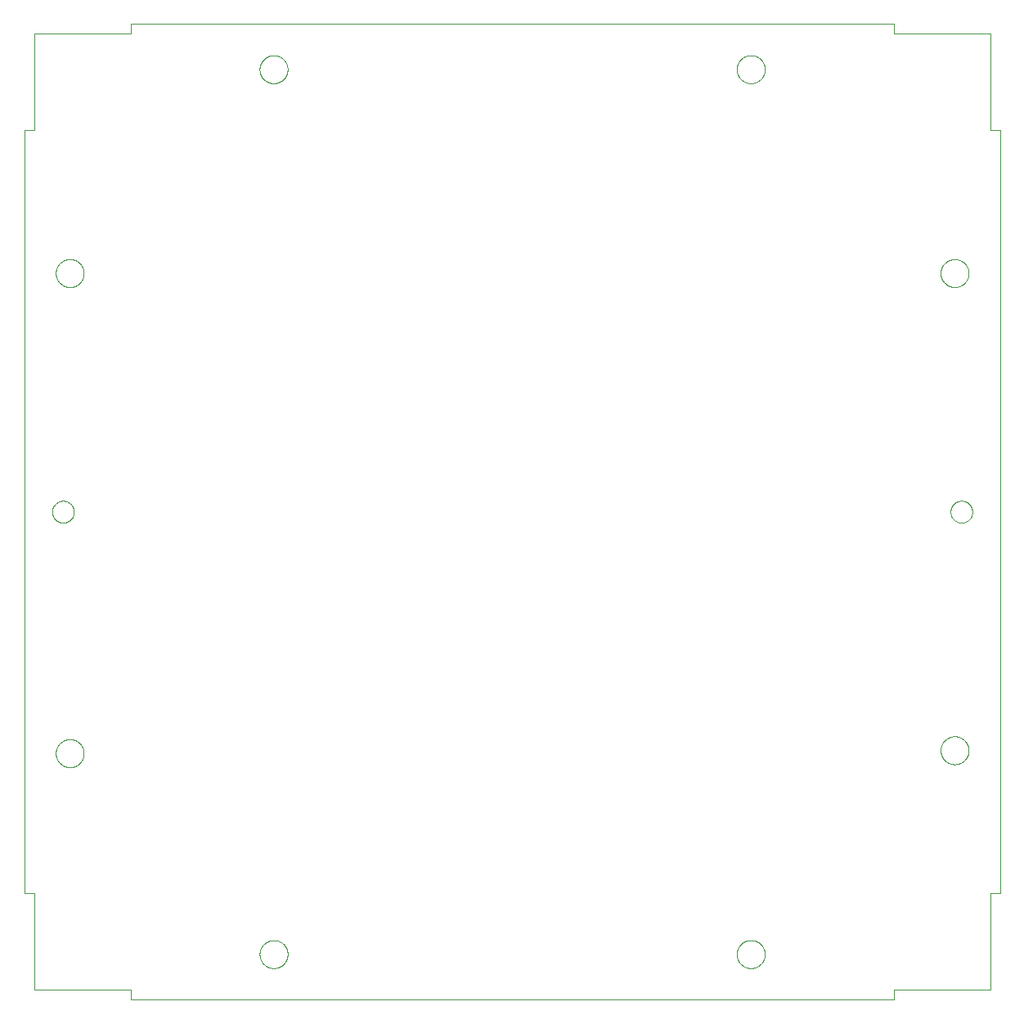
<source format=gbp>
G75*
%MOIN*%
%OFA0B0*%
%FSLAX25Y25*%
%IPPOS*%
%LPD*%
%AMOC8*
5,1,8,0,0,1.08239X$1,22.5*
%
%ADD10C,0.00000*%
D10*
X0021485Y0009674D02*
X0060855Y0009674D01*
X0060855Y0005737D01*
X0371879Y0005737D01*
X0371879Y0009674D01*
X0411249Y0009674D01*
X0411249Y0049044D01*
X0415186Y0049044D01*
X0415186Y0360068D01*
X0411249Y0360068D01*
X0411249Y0399438D01*
X0371879Y0399438D01*
X0371879Y0403375D01*
X0060855Y0403375D01*
X0060855Y0399438D01*
X0021485Y0399438D01*
X0021485Y0360068D01*
X0017548Y0360068D01*
X0017548Y0049044D01*
X0021485Y0049044D01*
X0021485Y0009674D01*
X0030343Y0106131D02*
X0030345Y0106282D01*
X0030351Y0106432D01*
X0030361Y0106583D01*
X0030375Y0106733D01*
X0030393Y0106882D01*
X0030414Y0107032D01*
X0030440Y0107180D01*
X0030470Y0107328D01*
X0030503Y0107475D01*
X0030541Y0107621D01*
X0030582Y0107766D01*
X0030627Y0107910D01*
X0030676Y0108052D01*
X0030729Y0108193D01*
X0030785Y0108333D01*
X0030845Y0108471D01*
X0030908Y0108608D01*
X0030976Y0108743D01*
X0031046Y0108876D01*
X0031120Y0109007D01*
X0031198Y0109136D01*
X0031279Y0109263D01*
X0031363Y0109388D01*
X0031451Y0109511D01*
X0031542Y0109631D01*
X0031636Y0109749D01*
X0031733Y0109864D01*
X0031833Y0109977D01*
X0031936Y0110087D01*
X0032042Y0110194D01*
X0032151Y0110299D01*
X0032262Y0110400D01*
X0032376Y0110499D01*
X0032492Y0110594D01*
X0032612Y0110687D01*
X0032733Y0110776D01*
X0032857Y0110862D01*
X0032983Y0110945D01*
X0033111Y0111024D01*
X0033241Y0111100D01*
X0033373Y0111173D01*
X0033507Y0111241D01*
X0033643Y0111307D01*
X0033781Y0111369D01*
X0033920Y0111427D01*
X0034060Y0111481D01*
X0034202Y0111532D01*
X0034345Y0111579D01*
X0034490Y0111622D01*
X0034635Y0111661D01*
X0034782Y0111697D01*
X0034929Y0111728D01*
X0035077Y0111756D01*
X0035226Y0111780D01*
X0035375Y0111800D01*
X0035525Y0111816D01*
X0035675Y0111828D01*
X0035826Y0111836D01*
X0035977Y0111840D01*
X0036127Y0111840D01*
X0036278Y0111836D01*
X0036429Y0111828D01*
X0036579Y0111816D01*
X0036729Y0111800D01*
X0036878Y0111780D01*
X0037027Y0111756D01*
X0037175Y0111728D01*
X0037322Y0111697D01*
X0037469Y0111661D01*
X0037614Y0111622D01*
X0037759Y0111579D01*
X0037902Y0111532D01*
X0038044Y0111481D01*
X0038184Y0111427D01*
X0038323Y0111369D01*
X0038461Y0111307D01*
X0038597Y0111241D01*
X0038731Y0111173D01*
X0038863Y0111100D01*
X0038993Y0111024D01*
X0039121Y0110945D01*
X0039247Y0110862D01*
X0039371Y0110776D01*
X0039492Y0110687D01*
X0039612Y0110594D01*
X0039728Y0110499D01*
X0039842Y0110400D01*
X0039953Y0110299D01*
X0040062Y0110194D01*
X0040168Y0110087D01*
X0040271Y0109977D01*
X0040371Y0109864D01*
X0040468Y0109749D01*
X0040562Y0109631D01*
X0040653Y0109511D01*
X0040741Y0109388D01*
X0040825Y0109263D01*
X0040906Y0109136D01*
X0040984Y0109007D01*
X0041058Y0108876D01*
X0041128Y0108743D01*
X0041196Y0108608D01*
X0041259Y0108471D01*
X0041319Y0108333D01*
X0041375Y0108193D01*
X0041428Y0108052D01*
X0041477Y0107910D01*
X0041522Y0107766D01*
X0041563Y0107621D01*
X0041601Y0107475D01*
X0041634Y0107328D01*
X0041664Y0107180D01*
X0041690Y0107032D01*
X0041711Y0106882D01*
X0041729Y0106733D01*
X0041743Y0106583D01*
X0041753Y0106432D01*
X0041759Y0106282D01*
X0041761Y0106131D01*
X0041759Y0105980D01*
X0041753Y0105830D01*
X0041743Y0105679D01*
X0041729Y0105529D01*
X0041711Y0105380D01*
X0041690Y0105230D01*
X0041664Y0105082D01*
X0041634Y0104934D01*
X0041601Y0104787D01*
X0041563Y0104641D01*
X0041522Y0104496D01*
X0041477Y0104352D01*
X0041428Y0104210D01*
X0041375Y0104069D01*
X0041319Y0103929D01*
X0041259Y0103791D01*
X0041196Y0103654D01*
X0041128Y0103519D01*
X0041058Y0103386D01*
X0040984Y0103255D01*
X0040906Y0103126D01*
X0040825Y0102999D01*
X0040741Y0102874D01*
X0040653Y0102751D01*
X0040562Y0102631D01*
X0040468Y0102513D01*
X0040371Y0102398D01*
X0040271Y0102285D01*
X0040168Y0102175D01*
X0040062Y0102068D01*
X0039953Y0101963D01*
X0039842Y0101862D01*
X0039728Y0101763D01*
X0039612Y0101668D01*
X0039492Y0101575D01*
X0039371Y0101486D01*
X0039247Y0101400D01*
X0039121Y0101317D01*
X0038993Y0101238D01*
X0038863Y0101162D01*
X0038731Y0101089D01*
X0038597Y0101021D01*
X0038461Y0100955D01*
X0038323Y0100893D01*
X0038184Y0100835D01*
X0038044Y0100781D01*
X0037902Y0100730D01*
X0037759Y0100683D01*
X0037614Y0100640D01*
X0037469Y0100601D01*
X0037322Y0100565D01*
X0037175Y0100534D01*
X0037027Y0100506D01*
X0036878Y0100482D01*
X0036729Y0100462D01*
X0036579Y0100446D01*
X0036429Y0100434D01*
X0036278Y0100426D01*
X0036127Y0100422D01*
X0035977Y0100422D01*
X0035826Y0100426D01*
X0035675Y0100434D01*
X0035525Y0100446D01*
X0035375Y0100462D01*
X0035226Y0100482D01*
X0035077Y0100506D01*
X0034929Y0100534D01*
X0034782Y0100565D01*
X0034635Y0100601D01*
X0034490Y0100640D01*
X0034345Y0100683D01*
X0034202Y0100730D01*
X0034060Y0100781D01*
X0033920Y0100835D01*
X0033781Y0100893D01*
X0033643Y0100955D01*
X0033507Y0101021D01*
X0033373Y0101089D01*
X0033241Y0101162D01*
X0033111Y0101238D01*
X0032983Y0101317D01*
X0032857Y0101400D01*
X0032733Y0101486D01*
X0032612Y0101575D01*
X0032492Y0101668D01*
X0032376Y0101763D01*
X0032262Y0101862D01*
X0032151Y0101963D01*
X0032042Y0102068D01*
X0031936Y0102175D01*
X0031833Y0102285D01*
X0031733Y0102398D01*
X0031636Y0102513D01*
X0031542Y0102631D01*
X0031451Y0102751D01*
X0031363Y0102874D01*
X0031279Y0102999D01*
X0031198Y0103126D01*
X0031120Y0103255D01*
X0031046Y0103386D01*
X0030976Y0103519D01*
X0030908Y0103654D01*
X0030845Y0103791D01*
X0030785Y0103929D01*
X0030729Y0104069D01*
X0030676Y0104210D01*
X0030627Y0104352D01*
X0030582Y0104496D01*
X0030541Y0104641D01*
X0030503Y0104787D01*
X0030470Y0104934D01*
X0030440Y0105082D01*
X0030414Y0105230D01*
X0030393Y0105380D01*
X0030375Y0105529D01*
X0030361Y0105679D01*
X0030351Y0105830D01*
X0030345Y0105980D01*
X0030343Y0106131D01*
X0113414Y0024241D02*
X0113416Y0024392D01*
X0113422Y0024542D01*
X0113432Y0024693D01*
X0113446Y0024843D01*
X0113464Y0024992D01*
X0113485Y0025142D01*
X0113511Y0025290D01*
X0113541Y0025438D01*
X0113574Y0025585D01*
X0113612Y0025731D01*
X0113653Y0025876D01*
X0113698Y0026020D01*
X0113747Y0026162D01*
X0113800Y0026303D01*
X0113856Y0026443D01*
X0113916Y0026581D01*
X0113979Y0026718D01*
X0114047Y0026853D01*
X0114117Y0026986D01*
X0114191Y0027117D01*
X0114269Y0027246D01*
X0114350Y0027373D01*
X0114434Y0027498D01*
X0114522Y0027621D01*
X0114613Y0027741D01*
X0114707Y0027859D01*
X0114804Y0027974D01*
X0114904Y0028087D01*
X0115007Y0028197D01*
X0115113Y0028304D01*
X0115222Y0028409D01*
X0115333Y0028510D01*
X0115447Y0028609D01*
X0115563Y0028704D01*
X0115683Y0028797D01*
X0115804Y0028886D01*
X0115928Y0028972D01*
X0116054Y0029055D01*
X0116182Y0029134D01*
X0116312Y0029210D01*
X0116444Y0029283D01*
X0116578Y0029351D01*
X0116714Y0029417D01*
X0116852Y0029479D01*
X0116991Y0029537D01*
X0117131Y0029591D01*
X0117273Y0029642D01*
X0117416Y0029689D01*
X0117561Y0029732D01*
X0117706Y0029771D01*
X0117853Y0029807D01*
X0118000Y0029838D01*
X0118148Y0029866D01*
X0118297Y0029890D01*
X0118446Y0029910D01*
X0118596Y0029926D01*
X0118746Y0029938D01*
X0118897Y0029946D01*
X0119048Y0029950D01*
X0119198Y0029950D01*
X0119349Y0029946D01*
X0119500Y0029938D01*
X0119650Y0029926D01*
X0119800Y0029910D01*
X0119949Y0029890D01*
X0120098Y0029866D01*
X0120246Y0029838D01*
X0120393Y0029807D01*
X0120540Y0029771D01*
X0120685Y0029732D01*
X0120830Y0029689D01*
X0120973Y0029642D01*
X0121115Y0029591D01*
X0121255Y0029537D01*
X0121394Y0029479D01*
X0121532Y0029417D01*
X0121668Y0029351D01*
X0121802Y0029283D01*
X0121934Y0029210D01*
X0122064Y0029134D01*
X0122192Y0029055D01*
X0122318Y0028972D01*
X0122442Y0028886D01*
X0122563Y0028797D01*
X0122683Y0028704D01*
X0122799Y0028609D01*
X0122913Y0028510D01*
X0123024Y0028409D01*
X0123133Y0028304D01*
X0123239Y0028197D01*
X0123342Y0028087D01*
X0123442Y0027974D01*
X0123539Y0027859D01*
X0123633Y0027741D01*
X0123724Y0027621D01*
X0123812Y0027498D01*
X0123896Y0027373D01*
X0123977Y0027246D01*
X0124055Y0027117D01*
X0124129Y0026986D01*
X0124199Y0026853D01*
X0124267Y0026718D01*
X0124330Y0026581D01*
X0124390Y0026443D01*
X0124446Y0026303D01*
X0124499Y0026162D01*
X0124548Y0026020D01*
X0124593Y0025876D01*
X0124634Y0025731D01*
X0124672Y0025585D01*
X0124705Y0025438D01*
X0124735Y0025290D01*
X0124761Y0025142D01*
X0124782Y0024992D01*
X0124800Y0024843D01*
X0124814Y0024693D01*
X0124824Y0024542D01*
X0124830Y0024392D01*
X0124832Y0024241D01*
X0124830Y0024090D01*
X0124824Y0023940D01*
X0124814Y0023789D01*
X0124800Y0023639D01*
X0124782Y0023490D01*
X0124761Y0023340D01*
X0124735Y0023192D01*
X0124705Y0023044D01*
X0124672Y0022897D01*
X0124634Y0022751D01*
X0124593Y0022606D01*
X0124548Y0022462D01*
X0124499Y0022320D01*
X0124446Y0022179D01*
X0124390Y0022039D01*
X0124330Y0021901D01*
X0124267Y0021764D01*
X0124199Y0021629D01*
X0124129Y0021496D01*
X0124055Y0021365D01*
X0123977Y0021236D01*
X0123896Y0021109D01*
X0123812Y0020984D01*
X0123724Y0020861D01*
X0123633Y0020741D01*
X0123539Y0020623D01*
X0123442Y0020508D01*
X0123342Y0020395D01*
X0123239Y0020285D01*
X0123133Y0020178D01*
X0123024Y0020073D01*
X0122913Y0019972D01*
X0122799Y0019873D01*
X0122683Y0019778D01*
X0122563Y0019685D01*
X0122442Y0019596D01*
X0122318Y0019510D01*
X0122192Y0019427D01*
X0122064Y0019348D01*
X0121934Y0019272D01*
X0121802Y0019199D01*
X0121668Y0019131D01*
X0121532Y0019065D01*
X0121394Y0019003D01*
X0121255Y0018945D01*
X0121115Y0018891D01*
X0120973Y0018840D01*
X0120830Y0018793D01*
X0120685Y0018750D01*
X0120540Y0018711D01*
X0120393Y0018675D01*
X0120246Y0018644D01*
X0120098Y0018616D01*
X0119949Y0018592D01*
X0119800Y0018572D01*
X0119650Y0018556D01*
X0119500Y0018544D01*
X0119349Y0018536D01*
X0119198Y0018532D01*
X0119048Y0018532D01*
X0118897Y0018536D01*
X0118746Y0018544D01*
X0118596Y0018556D01*
X0118446Y0018572D01*
X0118297Y0018592D01*
X0118148Y0018616D01*
X0118000Y0018644D01*
X0117853Y0018675D01*
X0117706Y0018711D01*
X0117561Y0018750D01*
X0117416Y0018793D01*
X0117273Y0018840D01*
X0117131Y0018891D01*
X0116991Y0018945D01*
X0116852Y0019003D01*
X0116714Y0019065D01*
X0116578Y0019131D01*
X0116444Y0019199D01*
X0116312Y0019272D01*
X0116182Y0019348D01*
X0116054Y0019427D01*
X0115928Y0019510D01*
X0115804Y0019596D01*
X0115683Y0019685D01*
X0115563Y0019778D01*
X0115447Y0019873D01*
X0115333Y0019972D01*
X0115222Y0020073D01*
X0115113Y0020178D01*
X0115007Y0020285D01*
X0114904Y0020395D01*
X0114804Y0020508D01*
X0114707Y0020623D01*
X0114613Y0020741D01*
X0114522Y0020861D01*
X0114434Y0020984D01*
X0114350Y0021109D01*
X0114269Y0021236D01*
X0114191Y0021365D01*
X0114117Y0021496D01*
X0114047Y0021629D01*
X0113979Y0021764D01*
X0113916Y0021901D01*
X0113856Y0022039D01*
X0113800Y0022179D01*
X0113747Y0022320D01*
X0113698Y0022462D01*
X0113653Y0022606D01*
X0113612Y0022751D01*
X0113574Y0022897D01*
X0113541Y0023044D01*
X0113511Y0023192D01*
X0113485Y0023340D01*
X0113464Y0023490D01*
X0113446Y0023639D01*
X0113432Y0023789D01*
X0113422Y0023940D01*
X0113416Y0024090D01*
X0113414Y0024241D01*
X0028847Y0204556D02*
X0028849Y0204689D01*
X0028855Y0204822D01*
X0028865Y0204955D01*
X0028879Y0205087D01*
X0028897Y0205219D01*
X0028918Y0205350D01*
X0028944Y0205481D01*
X0028974Y0205611D01*
X0029007Y0205740D01*
X0029045Y0205867D01*
X0029086Y0205994D01*
X0029131Y0206119D01*
X0029179Y0206243D01*
X0029232Y0206366D01*
X0029288Y0206486D01*
X0029347Y0206605D01*
X0029410Y0206723D01*
X0029477Y0206838D01*
X0029547Y0206951D01*
X0029620Y0207062D01*
X0029697Y0207171D01*
X0029777Y0207278D01*
X0029860Y0207382D01*
X0029946Y0207483D01*
X0030035Y0207582D01*
X0030127Y0207678D01*
X0030221Y0207772D01*
X0030319Y0207862D01*
X0030419Y0207950D01*
X0030522Y0208034D01*
X0030627Y0208116D01*
X0030735Y0208194D01*
X0030845Y0208269D01*
X0030957Y0208341D01*
X0031072Y0208409D01*
X0031188Y0208474D01*
X0031306Y0208535D01*
X0031426Y0208593D01*
X0031547Y0208647D01*
X0031671Y0208697D01*
X0031795Y0208744D01*
X0031921Y0208787D01*
X0032048Y0208826D01*
X0032177Y0208862D01*
X0032306Y0208893D01*
X0032436Y0208921D01*
X0032567Y0208945D01*
X0032699Y0208965D01*
X0032831Y0208981D01*
X0032964Y0208993D01*
X0033096Y0209001D01*
X0033229Y0209005D01*
X0033363Y0209005D01*
X0033496Y0209001D01*
X0033628Y0208993D01*
X0033761Y0208981D01*
X0033893Y0208965D01*
X0034025Y0208945D01*
X0034156Y0208921D01*
X0034286Y0208893D01*
X0034415Y0208862D01*
X0034544Y0208826D01*
X0034671Y0208787D01*
X0034797Y0208744D01*
X0034921Y0208697D01*
X0035045Y0208647D01*
X0035166Y0208593D01*
X0035286Y0208535D01*
X0035404Y0208474D01*
X0035521Y0208409D01*
X0035635Y0208341D01*
X0035747Y0208269D01*
X0035857Y0208194D01*
X0035965Y0208116D01*
X0036070Y0208034D01*
X0036173Y0207950D01*
X0036273Y0207862D01*
X0036371Y0207772D01*
X0036465Y0207678D01*
X0036557Y0207582D01*
X0036646Y0207483D01*
X0036732Y0207382D01*
X0036815Y0207278D01*
X0036895Y0207171D01*
X0036972Y0207062D01*
X0037045Y0206951D01*
X0037115Y0206838D01*
X0037182Y0206723D01*
X0037245Y0206605D01*
X0037304Y0206486D01*
X0037360Y0206366D01*
X0037413Y0206243D01*
X0037461Y0206119D01*
X0037506Y0205994D01*
X0037547Y0205867D01*
X0037585Y0205740D01*
X0037618Y0205611D01*
X0037648Y0205481D01*
X0037674Y0205350D01*
X0037695Y0205219D01*
X0037713Y0205087D01*
X0037727Y0204955D01*
X0037737Y0204822D01*
X0037743Y0204689D01*
X0037745Y0204556D01*
X0037743Y0204423D01*
X0037737Y0204290D01*
X0037727Y0204157D01*
X0037713Y0204025D01*
X0037695Y0203893D01*
X0037674Y0203762D01*
X0037648Y0203631D01*
X0037618Y0203501D01*
X0037585Y0203372D01*
X0037547Y0203245D01*
X0037506Y0203118D01*
X0037461Y0202993D01*
X0037413Y0202869D01*
X0037360Y0202746D01*
X0037304Y0202626D01*
X0037245Y0202507D01*
X0037182Y0202389D01*
X0037115Y0202274D01*
X0037045Y0202161D01*
X0036972Y0202050D01*
X0036895Y0201941D01*
X0036815Y0201834D01*
X0036732Y0201730D01*
X0036646Y0201629D01*
X0036557Y0201530D01*
X0036465Y0201434D01*
X0036371Y0201340D01*
X0036273Y0201250D01*
X0036173Y0201162D01*
X0036070Y0201078D01*
X0035965Y0200996D01*
X0035857Y0200918D01*
X0035747Y0200843D01*
X0035635Y0200771D01*
X0035520Y0200703D01*
X0035404Y0200638D01*
X0035286Y0200577D01*
X0035166Y0200519D01*
X0035045Y0200465D01*
X0034921Y0200415D01*
X0034797Y0200368D01*
X0034671Y0200325D01*
X0034544Y0200286D01*
X0034415Y0200250D01*
X0034286Y0200219D01*
X0034156Y0200191D01*
X0034025Y0200167D01*
X0033893Y0200147D01*
X0033761Y0200131D01*
X0033628Y0200119D01*
X0033496Y0200111D01*
X0033363Y0200107D01*
X0033229Y0200107D01*
X0033096Y0200111D01*
X0032964Y0200119D01*
X0032831Y0200131D01*
X0032699Y0200147D01*
X0032567Y0200167D01*
X0032436Y0200191D01*
X0032306Y0200219D01*
X0032177Y0200250D01*
X0032048Y0200286D01*
X0031921Y0200325D01*
X0031795Y0200368D01*
X0031671Y0200415D01*
X0031547Y0200465D01*
X0031426Y0200519D01*
X0031306Y0200577D01*
X0031188Y0200638D01*
X0031071Y0200703D01*
X0030957Y0200771D01*
X0030845Y0200843D01*
X0030735Y0200918D01*
X0030627Y0200996D01*
X0030522Y0201078D01*
X0030419Y0201162D01*
X0030319Y0201250D01*
X0030221Y0201340D01*
X0030127Y0201434D01*
X0030035Y0201530D01*
X0029946Y0201629D01*
X0029860Y0201730D01*
X0029777Y0201834D01*
X0029697Y0201941D01*
X0029620Y0202050D01*
X0029547Y0202161D01*
X0029477Y0202274D01*
X0029410Y0202389D01*
X0029347Y0202507D01*
X0029288Y0202626D01*
X0029232Y0202746D01*
X0029179Y0202869D01*
X0029131Y0202993D01*
X0029086Y0203118D01*
X0029045Y0203245D01*
X0029007Y0203372D01*
X0028974Y0203501D01*
X0028944Y0203631D01*
X0028918Y0203762D01*
X0028897Y0203893D01*
X0028879Y0204025D01*
X0028865Y0204157D01*
X0028855Y0204290D01*
X0028849Y0204423D01*
X0028847Y0204556D01*
X0030343Y0301800D02*
X0030345Y0301951D01*
X0030351Y0302101D01*
X0030361Y0302252D01*
X0030375Y0302402D01*
X0030393Y0302551D01*
X0030414Y0302701D01*
X0030440Y0302849D01*
X0030470Y0302997D01*
X0030503Y0303144D01*
X0030541Y0303290D01*
X0030582Y0303435D01*
X0030627Y0303579D01*
X0030676Y0303721D01*
X0030729Y0303862D01*
X0030785Y0304002D01*
X0030845Y0304140D01*
X0030908Y0304277D01*
X0030976Y0304412D01*
X0031046Y0304545D01*
X0031120Y0304676D01*
X0031198Y0304805D01*
X0031279Y0304932D01*
X0031363Y0305057D01*
X0031451Y0305180D01*
X0031542Y0305300D01*
X0031636Y0305418D01*
X0031733Y0305533D01*
X0031833Y0305646D01*
X0031936Y0305756D01*
X0032042Y0305863D01*
X0032151Y0305968D01*
X0032262Y0306069D01*
X0032376Y0306168D01*
X0032492Y0306263D01*
X0032612Y0306356D01*
X0032733Y0306445D01*
X0032857Y0306531D01*
X0032983Y0306614D01*
X0033111Y0306693D01*
X0033241Y0306769D01*
X0033373Y0306842D01*
X0033507Y0306910D01*
X0033643Y0306976D01*
X0033781Y0307038D01*
X0033920Y0307096D01*
X0034060Y0307150D01*
X0034202Y0307201D01*
X0034345Y0307248D01*
X0034490Y0307291D01*
X0034635Y0307330D01*
X0034782Y0307366D01*
X0034929Y0307397D01*
X0035077Y0307425D01*
X0035226Y0307449D01*
X0035375Y0307469D01*
X0035525Y0307485D01*
X0035675Y0307497D01*
X0035826Y0307505D01*
X0035977Y0307509D01*
X0036127Y0307509D01*
X0036278Y0307505D01*
X0036429Y0307497D01*
X0036579Y0307485D01*
X0036729Y0307469D01*
X0036878Y0307449D01*
X0037027Y0307425D01*
X0037175Y0307397D01*
X0037322Y0307366D01*
X0037469Y0307330D01*
X0037614Y0307291D01*
X0037759Y0307248D01*
X0037902Y0307201D01*
X0038044Y0307150D01*
X0038184Y0307096D01*
X0038323Y0307038D01*
X0038461Y0306976D01*
X0038597Y0306910D01*
X0038731Y0306842D01*
X0038863Y0306769D01*
X0038993Y0306693D01*
X0039121Y0306614D01*
X0039247Y0306531D01*
X0039371Y0306445D01*
X0039492Y0306356D01*
X0039612Y0306263D01*
X0039728Y0306168D01*
X0039842Y0306069D01*
X0039953Y0305968D01*
X0040062Y0305863D01*
X0040168Y0305756D01*
X0040271Y0305646D01*
X0040371Y0305533D01*
X0040468Y0305418D01*
X0040562Y0305300D01*
X0040653Y0305180D01*
X0040741Y0305057D01*
X0040825Y0304932D01*
X0040906Y0304805D01*
X0040984Y0304676D01*
X0041058Y0304545D01*
X0041128Y0304412D01*
X0041196Y0304277D01*
X0041259Y0304140D01*
X0041319Y0304002D01*
X0041375Y0303862D01*
X0041428Y0303721D01*
X0041477Y0303579D01*
X0041522Y0303435D01*
X0041563Y0303290D01*
X0041601Y0303144D01*
X0041634Y0302997D01*
X0041664Y0302849D01*
X0041690Y0302701D01*
X0041711Y0302551D01*
X0041729Y0302402D01*
X0041743Y0302252D01*
X0041753Y0302101D01*
X0041759Y0301951D01*
X0041761Y0301800D01*
X0041759Y0301649D01*
X0041753Y0301499D01*
X0041743Y0301348D01*
X0041729Y0301198D01*
X0041711Y0301049D01*
X0041690Y0300899D01*
X0041664Y0300751D01*
X0041634Y0300603D01*
X0041601Y0300456D01*
X0041563Y0300310D01*
X0041522Y0300165D01*
X0041477Y0300021D01*
X0041428Y0299879D01*
X0041375Y0299738D01*
X0041319Y0299598D01*
X0041259Y0299460D01*
X0041196Y0299323D01*
X0041128Y0299188D01*
X0041058Y0299055D01*
X0040984Y0298924D01*
X0040906Y0298795D01*
X0040825Y0298668D01*
X0040741Y0298543D01*
X0040653Y0298420D01*
X0040562Y0298300D01*
X0040468Y0298182D01*
X0040371Y0298067D01*
X0040271Y0297954D01*
X0040168Y0297844D01*
X0040062Y0297737D01*
X0039953Y0297632D01*
X0039842Y0297531D01*
X0039728Y0297432D01*
X0039612Y0297337D01*
X0039492Y0297244D01*
X0039371Y0297155D01*
X0039247Y0297069D01*
X0039121Y0296986D01*
X0038993Y0296907D01*
X0038863Y0296831D01*
X0038731Y0296758D01*
X0038597Y0296690D01*
X0038461Y0296624D01*
X0038323Y0296562D01*
X0038184Y0296504D01*
X0038044Y0296450D01*
X0037902Y0296399D01*
X0037759Y0296352D01*
X0037614Y0296309D01*
X0037469Y0296270D01*
X0037322Y0296234D01*
X0037175Y0296203D01*
X0037027Y0296175D01*
X0036878Y0296151D01*
X0036729Y0296131D01*
X0036579Y0296115D01*
X0036429Y0296103D01*
X0036278Y0296095D01*
X0036127Y0296091D01*
X0035977Y0296091D01*
X0035826Y0296095D01*
X0035675Y0296103D01*
X0035525Y0296115D01*
X0035375Y0296131D01*
X0035226Y0296151D01*
X0035077Y0296175D01*
X0034929Y0296203D01*
X0034782Y0296234D01*
X0034635Y0296270D01*
X0034490Y0296309D01*
X0034345Y0296352D01*
X0034202Y0296399D01*
X0034060Y0296450D01*
X0033920Y0296504D01*
X0033781Y0296562D01*
X0033643Y0296624D01*
X0033507Y0296690D01*
X0033373Y0296758D01*
X0033241Y0296831D01*
X0033111Y0296907D01*
X0032983Y0296986D01*
X0032857Y0297069D01*
X0032733Y0297155D01*
X0032612Y0297244D01*
X0032492Y0297337D01*
X0032376Y0297432D01*
X0032262Y0297531D01*
X0032151Y0297632D01*
X0032042Y0297737D01*
X0031936Y0297844D01*
X0031833Y0297954D01*
X0031733Y0298067D01*
X0031636Y0298182D01*
X0031542Y0298300D01*
X0031451Y0298420D01*
X0031363Y0298543D01*
X0031279Y0298668D01*
X0031198Y0298795D01*
X0031120Y0298924D01*
X0031046Y0299055D01*
X0030976Y0299188D01*
X0030908Y0299323D01*
X0030845Y0299460D01*
X0030785Y0299598D01*
X0030729Y0299738D01*
X0030676Y0299879D01*
X0030627Y0300021D01*
X0030582Y0300165D01*
X0030541Y0300310D01*
X0030503Y0300456D01*
X0030470Y0300603D01*
X0030440Y0300751D01*
X0030414Y0300899D01*
X0030393Y0301049D01*
X0030375Y0301198D01*
X0030361Y0301348D01*
X0030351Y0301499D01*
X0030345Y0301649D01*
X0030343Y0301800D01*
X0113414Y0384871D02*
X0113416Y0385022D01*
X0113422Y0385172D01*
X0113432Y0385323D01*
X0113446Y0385473D01*
X0113464Y0385622D01*
X0113485Y0385772D01*
X0113511Y0385920D01*
X0113541Y0386068D01*
X0113574Y0386215D01*
X0113612Y0386361D01*
X0113653Y0386506D01*
X0113698Y0386650D01*
X0113747Y0386792D01*
X0113800Y0386933D01*
X0113856Y0387073D01*
X0113916Y0387211D01*
X0113979Y0387348D01*
X0114047Y0387483D01*
X0114117Y0387616D01*
X0114191Y0387747D01*
X0114269Y0387876D01*
X0114350Y0388003D01*
X0114434Y0388128D01*
X0114522Y0388251D01*
X0114613Y0388371D01*
X0114707Y0388489D01*
X0114804Y0388604D01*
X0114904Y0388717D01*
X0115007Y0388827D01*
X0115113Y0388934D01*
X0115222Y0389039D01*
X0115333Y0389140D01*
X0115447Y0389239D01*
X0115563Y0389334D01*
X0115683Y0389427D01*
X0115804Y0389516D01*
X0115928Y0389602D01*
X0116054Y0389685D01*
X0116182Y0389764D01*
X0116312Y0389840D01*
X0116444Y0389913D01*
X0116578Y0389981D01*
X0116714Y0390047D01*
X0116852Y0390109D01*
X0116991Y0390167D01*
X0117131Y0390221D01*
X0117273Y0390272D01*
X0117416Y0390319D01*
X0117561Y0390362D01*
X0117706Y0390401D01*
X0117853Y0390437D01*
X0118000Y0390468D01*
X0118148Y0390496D01*
X0118297Y0390520D01*
X0118446Y0390540D01*
X0118596Y0390556D01*
X0118746Y0390568D01*
X0118897Y0390576D01*
X0119048Y0390580D01*
X0119198Y0390580D01*
X0119349Y0390576D01*
X0119500Y0390568D01*
X0119650Y0390556D01*
X0119800Y0390540D01*
X0119949Y0390520D01*
X0120098Y0390496D01*
X0120246Y0390468D01*
X0120393Y0390437D01*
X0120540Y0390401D01*
X0120685Y0390362D01*
X0120830Y0390319D01*
X0120973Y0390272D01*
X0121115Y0390221D01*
X0121255Y0390167D01*
X0121394Y0390109D01*
X0121532Y0390047D01*
X0121668Y0389981D01*
X0121802Y0389913D01*
X0121934Y0389840D01*
X0122064Y0389764D01*
X0122192Y0389685D01*
X0122318Y0389602D01*
X0122442Y0389516D01*
X0122563Y0389427D01*
X0122683Y0389334D01*
X0122799Y0389239D01*
X0122913Y0389140D01*
X0123024Y0389039D01*
X0123133Y0388934D01*
X0123239Y0388827D01*
X0123342Y0388717D01*
X0123442Y0388604D01*
X0123539Y0388489D01*
X0123633Y0388371D01*
X0123724Y0388251D01*
X0123812Y0388128D01*
X0123896Y0388003D01*
X0123977Y0387876D01*
X0124055Y0387747D01*
X0124129Y0387616D01*
X0124199Y0387483D01*
X0124267Y0387348D01*
X0124330Y0387211D01*
X0124390Y0387073D01*
X0124446Y0386933D01*
X0124499Y0386792D01*
X0124548Y0386650D01*
X0124593Y0386506D01*
X0124634Y0386361D01*
X0124672Y0386215D01*
X0124705Y0386068D01*
X0124735Y0385920D01*
X0124761Y0385772D01*
X0124782Y0385622D01*
X0124800Y0385473D01*
X0124814Y0385323D01*
X0124824Y0385172D01*
X0124830Y0385022D01*
X0124832Y0384871D01*
X0124830Y0384720D01*
X0124824Y0384570D01*
X0124814Y0384419D01*
X0124800Y0384269D01*
X0124782Y0384120D01*
X0124761Y0383970D01*
X0124735Y0383822D01*
X0124705Y0383674D01*
X0124672Y0383527D01*
X0124634Y0383381D01*
X0124593Y0383236D01*
X0124548Y0383092D01*
X0124499Y0382950D01*
X0124446Y0382809D01*
X0124390Y0382669D01*
X0124330Y0382531D01*
X0124267Y0382394D01*
X0124199Y0382259D01*
X0124129Y0382126D01*
X0124055Y0381995D01*
X0123977Y0381866D01*
X0123896Y0381739D01*
X0123812Y0381614D01*
X0123724Y0381491D01*
X0123633Y0381371D01*
X0123539Y0381253D01*
X0123442Y0381138D01*
X0123342Y0381025D01*
X0123239Y0380915D01*
X0123133Y0380808D01*
X0123024Y0380703D01*
X0122913Y0380602D01*
X0122799Y0380503D01*
X0122683Y0380408D01*
X0122563Y0380315D01*
X0122442Y0380226D01*
X0122318Y0380140D01*
X0122192Y0380057D01*
X0122064Y0379978D01*
X0121934Y0379902D01*
X0121802Y0379829D01*
X0121668Y0379761D01*
X0121532Y0379695D01*
X0121394Y0379633D01*
X0121255Y0379575D01*
X0121115Y0379521D01*
X0120973Y0379470D01*
X0120830Y0379423D01*
X0120685Y0379380D01*
X0120540Y0379341D01*
X0120393Y0379305D01*
X0120246Y0379274D01*
X0120098Y0379246D01*
X0119949Y0379222D01*
X0119800Y0379202D01*
X0119650Y0379186D01*
X0119500Y0379174D01*
X0119349Y0379166D01*
X0119198Y0379162D01*
X0119048Y0379162D01*
X0118897Y0379166D01*
X0118746Y0379174D01*
X0118596Y0379186D01*
X0118446Y0379202D01*
X0118297Y0379222D01*
X0118148Y0379246D01*
X0118000Y0379274D01*
X0117853Y0379305D01*
X0117706Y0379341D01*
X0117561Y0379380D01*
X0117416Y0379423D01*
X0117273Y0379470D01*
X0117131Y0379521D01*
X0116991Y0379575D01*
X0116852Y0379633D01*
X0116714Y0379695D01*
X0116578Y0379761D01*
X0116444Y0379829D01*
X0116312Y0379902D01*
X0116182Y0379978D01*
X0116054Y0380057D01*
X0115928Y0380140D01*
X0115804Y0380226D01*
X0115683Y0380315D01*
X0115563Y0380408D01*
X0115447Y0380503D01*
X0115333Y0380602D01*
X0115222Y0380703D01*
X0115113Y0380808D01*
X0115007Y0380915D01*
X0114904Y0381025D01*
X0114804Y0381138D01*
X0114707Y0381253D01*
X0114613Y0381371D01*
X0114522Y0381491D01*
X0114434Y0381614D01*
X0114350Y0381739D01*
X0114269Y0381866D01*
X0114191Y0381995D01*
X0114117Y0382126D01*
X0114047Y0382259D01*
X0113979Y0382394D01*
X0113916Y0382531D01*
X0113856Y0382669D01*
X0113800Y0382809D01*
X0113747Y0382950D01*
X0113698Y0383092D01*
X0113653Y0383236D01*
X0113612Y0383381D01*
X0113574Y0383527D01*
X0113541Y0383674D01*
X0113511Y0383822D01*
X0113485Y0383970D01*
X0113464Y0384120D01*
X0113446Y0384269D01*
X0113432Y0384419D01*
X0113422Y0384570D01*
X0113416Y0384720D01*
X0113414Y0384871D01*
X0307902Y0384871D02*
X0307904Y0385022D01*
X0307910Y0385172D01*
X0307920Y0385323D01*
X0307934Y0385473D01*
X0307952Y0385622D01*
X0307973Y0385772D01*
X0307999Y0385920D01*
X0308029Y0386068D01*
X0308062Y0386215D01*
X0308100Y0386361D01*
X0308141Y0386506D01*
X0308186Y0386650D01*
X0308235Y0386792D01*
X0308288Y0386933D01*
X0308344Y0387073D01*
X0308404Y0387211D01*
X0308467Y0387348D01*
X0308535Y0387483D01*
X0308605Y0387616D01*
X0308679Y0387747D01*
X0308757Y0387876D01*
X0308838Y0388003D01*
X0308922Y0388128D01*
X0309010Y0388251D01*
X0309101Y0388371D01*
X0309195Y0388489D01*
X0309292Y0388604D01*
X0309392Y0388717D01*
X0309495Y0388827D01*
X0309601Y0388934D01*
X0309710Y0389039D01*
X0309821Y0389140D01*
X0309935Y0389239D01*
X0310051Y0389334D01*
X0310171Y0389427D01*
X0310292Y0389516D01*
X0310416Y0389602D01*
X0310542Y0389685D01*
X0310670Y0389764D01*
X0310800Y0389840D01*
X0310932Y0389913D01*
X0311066Y0389981D01*
X0311202Y0390047D01*
X0311340Y0390109D01*
X0311479Y0390167D01*
X0311619Y0390221D01*
X0311761Y0390272D01*
X0311904Y0390319D01*
X0312049Y0390362D01*
X0312194Y0390401D01*
X0312341Y0390437D01*
X0312488Y0390468D01*
X0312636Y0390496D01*
X0312785Y0390520D01*
X0312934Y0390540D01*
X0313084Y0390556D01*
X0313234Y0390568D01*
X0313385Y0390576D01*
X0313536Y0390580D01*
X0313686Y0390580D01*
X0313837Y0390576D01*
X0313988Y0390568D01*
X0314138Y0390556D01*
X0314288Y0390540D01*
X0314437Y0390520D01*
X0314586Y0390496D01*
X0314734Y0390468D01*
X0314881Y0390437D01*
X0315028Y0390401D01*
X0315173Y0390362D01*
X0315318Y0390319D01*
X0315461Y0390272D01*
X0315603Y0390221D01*
X0315743Y0390167D01*
X0315882Y0390109D01*
X0316020Y0390047D01*
X0316156Y0389981D01*
X0316290Y0389913D01*
X0316422Y0389840D01*
X0316552Y0389764D01*
X0316680Y0389685D01*
X0316806Y0389602D01*
X0316930Y0389516D01*
X0317051Y0389427D01*
X0317171Y0389334D01*
X0317287Y0389239D01*
X0317401Y0389140D01*
X0317512Y0389039D01*
X0317621Y0388934D01*
X0317727Y0388827D01*
X0317830Y0388717D01*
X0317930Y0388604D01*
X0318027Y0388489D01*
X0318121Y0388371D01*
X0318212Y0388251D01*
X0318300Y0388128D01*
X0318384Y0388003D01*
X0318465Y0387876D01*
X0318543Y0387747D01*
X0318617Y0387616D01*
X0318687Y0387483D01*
X0318755Y0387348D01*
X0318818Y0387211D01*
X0318878Y0387073D01*
X0318934Y0386933D01*
X0318987Y0386792D01*
X0319036Y0386650D01*
X0319081Y0386506D01*
X0319122Y0386361D01*
X0319160Y0386215D01*
X0319193Y0386068D01*
X0319223Y0385920D01*
X0319249Y0385772D01*
X0319270Y0385622D01*
X0319288Y0385473D01*
X0319302Y0385323D01*
X0319312Y0385172D01*
X0319318Y0385022D01*
X0319320Y0384871D01*
X0319318Y0384720D01*
X0319312Y0384570D01*
X0319302Y0384419D01*
X0319288Y0384269D01*
X0319270Y0384120D01*
X0319249Y0383970D01*
X0319223Y0383822D01*
X0319193Y0383674D01*
X0319160Y0383527D01*
X0319122Y0383381D01*
X0319081Y0383236D01*
X0319036Y0383092D01*
X0318987Y0382950D01*
X0318934Y0382809D01*
X0318878Y0382669D01*
X0318818Y0382531D01*
X0318755Y0382394D01*
X0318687Y0382259D01*
X0318617Y0382126D01*
X0318543Y0381995D01*
X0318465Y0381866D01*
X0318384Y0381739D01*
X0318300Y0381614D01*
X0318212Y0381491D01*
X0318121Y0381371D01*
X0318027Y0381253D01*
X0317930Y0381138D01*
X0317830Y0381025D01*
X0317727Y0380915D01*
X0317621Y0380808D01*
X0317512Y0380703D01*
X0317401Y0380602D01*
X0317287Y0380503D01*
X0317171Y0380408D01*
X0317051Y0380315D01*
X0316930Y0380226D01*
X0316806Y0380140D01*
X0316680Y0380057D01*
X0316552Y0379978D01*
X0316422Y0379902D01*
X0316290Y0379829D01*
X0316156Y0379761D01*
X0316020Y0379695D01*
X0315882Y0379633D01*
X0315743Y0379575D01*
X0315603Y0379521D01*
X0315461Y0379470D01*
X0315318Y0379423D01*
X0315173Y0379380D01*
X0315028Y0379341D01*
X0314881Y0379305D01*
X0314734Y0379274D01*
X0314586Y0379246D01*
X0314437Y0379222D01*
X0314288Y0379202D01*
X0314138Y0379186D01*
X0313988Y0379174D01*
X0313837Y0379166D01*
X0313686Y0379162D01*
X0313536Y0379162D01*
X0313385Y0379166D01*
X0313234Y0379174D01*
X0313084Y0379186D01*
X0312934Y0379202D01*
X0312785Y0379222D01*
X0312636Y0379246D01*
X0312488Y0379274D01*
X0312341Y0379305D01*
X0312194Y0379341D01*
X0312049Y0379380D01*
X0311904Y0379423D01*
X0311761Y0379470D01*
X0311619Y0379521D01*
X0311479Y0379575D01*
X0311340Y0379633D01*
X0311202Y0379695D01*
X0311066Y0379761D01*
X0310932Y0379829D01*
X0310800Y0379902D01*
X0310670Y0379978D01*
X0310542Y0380057D01*
X0310416Y0380140D01*
X0310292Y0380226D01*
X0310171Y0380315D01*
X0310051Y0380408D01*
X0309935Y0380503D01*
X0309821Y0380602D01*
X0309710Y0380703D01*
X0309601Y0380808D01*
X0309495Y0380915D01*
X0309392Y0381025D01*
X0309292Y0381138D01*
X0309195Y0381253D01*
X0309101Y0381371D01*
X0309010Y0381491D01*
X0308922Y0381614D01*
X0308838Y0381739D01*
X0308757Y0381866D01*
X0308679Y0381995D01*
X0308605Y0382126D01*
X0308535Y0382259D01*
X0308467Y0382394D01*
X0308404Y0382531D01*
X0308344Y0382669D01*
X0308288Y0382809D01*
X0308235Y0382950D01*
X0308186Y0383092D01*
X0308141Y0383236D01*
X0308100Y0383381D01*
X0308062Y0383527D01*
X0308029Y0383674D01*
X0307999Y0383822D01*
X0307973Y0383970D01*
X0307952Y0384120D01*
X0307934Y0384269D01*
X0307920Y0384419D01*
X0307910Y0384570D01*
X0307904Y0384720D01*
X0307902Y0384871D01*
X0390973Y0301800D02*
X0390975Y0301951D01*
X0390981Y0302101D01*
X0390991Y0302252D01*
X0391005Y0302402D01*
X0391023Y0302551D01*
X0391044Y0302701D01*
X0391070Y0302849D01*
X0391100Y0302997D01*
X0391133Y0303144D01*
X0391171Y0303290D01*
X0391212Y0303435D01*
X0391257Y0303579D01*
X0391306Y0303721D01*
X0391359Y0303862D01*
X0391415Y0304002D01*
X0391475Y0304140D01*
X0391538Y0304277D01*
X0391606Y0304412D01*
X0391676Y0304545D01*
X0391750Y0304676D01*
X0391828Y0304805D01*
X0391909Y0304932D01*
X0391993Y0305057D01*
X0392081Y0305180D01*
X0392172Y0305300D01*
X0392266Y0305418D01*
X0392363Y0305533D01*
X0392463Y0305646D01*
X0392566Y0305756D01*
X0392672Y0305863D01*
X0392781Y0305968D01*
X0392892Y0306069D01*
X0393006Y0306168D01*
X0393122Y0306263D01*
X0393242Y0306356D01*
X0393363Y0306445D01*
X0393487Y0306531D01*
X0393613Y0306614D01*
X0393741Y0306693D01*
X0393871Y0306769D01*
X0394003Y0306842D01*
X0394137Y0306910D01*
X0394273Y0306976D01*
X0394411Y0307038D01*
X0394550Y0307096D01*
X0394690Y0307150D01*
X0394832Y0307201D01*
X0394975Y0307248D01*
X0395120Y0307291D01*
X0395265Y0307330D01*
X0395412Y0307366D01*
X0395559Y0307397D01*
X0395707Y0307425D01*
X0395856Y0307449D01*
X0396005Y0307469D01*
X0396155Y0307485D01*
X0396305Y0307497D01*
X0396456Y0307505D01*
X0396607Y0307509D01*
X0396757Y0307509D01*
X0396908Y0307505D01*
X0397059Y0307497D01*
X0397209Y0307485D01*
X0397359Y0307469D01*
X0397508Y0307449D01*
X0397657Y0307425D01*
X0397805Y0307397D01*
X0397952Y0307366D01*
X0398099Y0307330D01*
X0398244Y0307291D01*
X0398389Y0307248D01*
X0398532Y0307201D01*
X0398674Y0307150D01*
X0398814Y0307096D01*
X0398953Y0307038D01*
X0399091Y0306976D01*
X0399227Y0306910D01*
X0399361Y0306842D01*
X0399493Y0306769D01*
X0399623Y0306693D01*
X0399751Y0306614D01*
X0399877Y0306531D01*
X0400001Y0306445D01*
X0400122Y0306356D01*
X0400242Y0306263D01*
X0400358Y0306168D01*
X0400472Y0306069D01*
X0400583Y0305968D01*
X0400692Y0305863D01*
X0400798Y0305756D01*
X0400901Y0305646D01*
X0401001Y0305533D01*
X0401098Y0305418D01*
X0401192Y0305300D01*
X0401283Y0305180D01*
X0401371Y0305057D01*
X0401455Y0304932D01*
X0401536Y0304805D01*
X0401614Y0304676D01*
X0401688Y0304545D01*
X0401758Y0304412D01*
X0401826Y0304277D01*
X0401889Y0304140D01*
X0401949Y0304002D01*
X0402005Y0303862D01*
X0402058Y0303721D01*
X0402107Y0303579D01*
X0402152Y0303435D01*
X0402193Y0303290D01*
X0402231Y0303144D01*
X0402264Y0302997D01*
X0402294Y0302849D01*
X0402320Y0302701D01*
X0402341Y0302551D01*
X0402359Y0302402D01*
X0402373Y0302252D01*
X0402383Y0302101D01*
X0402389Y0301951D01*
X0402391Y0301800D01*
X0402389Y0301649D01*
X0402383Y0301499D01*
X0402373Y0301348D01*
X0402359Y0301198D01*
X0402341Y0301049D01*
X0402320Y0300899D01*
X0402294Y0300751D01*
X0402264Y0300603D01*
X0402231Y0300456D01*
X0402193Y0300310D01*
X0402152Y0300165D01*
X0402107Y0300021D01*
X0402058Y0299879D01*
X0402005Y0299738D01*
X0401949Y0299598D01*
X0401889Y0299460D01*
X0401826Y0299323D01*
X0401758Y0299188D01*
X0401688Y0299055D01*
X0401614Y0298924D01*
X0401536Y0298795D01*
X0401455Y0298668D01*
X0401371Y0298543D01*
X0401283Y0298420D01*
X0401192Y0298300D01*
X0401098Y0298182D01*
X0401001Y0298067D01*
X0400901Y0297954D01*
X0400798Y0297844D01*
X0400692Y0297737D01*
X0400583Y0297632D01*
X0400472Y0297531D01*
X0400358Y0297432D01*
X0400242Y0297337D01*
X0400122Y0297244D01*
X0400001Y0297155D01*
X0399877Y0297069D01*
X0399751Y0296986D01*
X0399623Y0296907D01*
X0399493Y0296831D01*
X0399361Y0296758D01*
X0399227Y0296690D01*
X0399091Y0296624D01*
X0398953Y0296562D01*
X0398814Y0296504D01*
X0398674Y0296450D01*
X0398532Y0296399D01*
X0398389Y0296352D01*
X0398244Y0296309D01*
X0398099Y0296270D01*
X0397952Y0296234D01*
X0397805Y0296203D01*
X0397657Y0296175D01*
X0397508Y0296151D01*
X0397359Y0296131D01*
X0397209Y0296115D01*
X0397059Y0296103D01*
X0396908Y0296095D01*
X0396757Y0296091D01*
X0396607Y0296091D01*
X0396456Y0296095D01*
X0396305Y0296103D01*
X0396155Y0296115D01*
X0396005Y0296131D01*
X0395856Y0296151D01*
X0395707Y0296175D01*
X0395559Y0296203D01*
X0395412Y0296234D01*
X0395265Y0296270D01*
X0395120Y0296309D01*
X0394975Y0296352D01*
X0394832Y0296399D01*
X0394690Y0296450D01*
X0394550Y0296504D01*
X0394411Y0296562D01*
X0394273Y0296624D01*
X0394137Y0296690D01*
X0394003Y0296758D01*
X0393871Y0296831D01*
X0393741Y0296907D01*
X0393613Y0296986D01*
X0393487Y0297069D01*
X0393363Y0297155D01*
X0393242Y0297244D01*
X0393122Y0297337D01*
X0393006Y0297432D01*
X0392892Y0297531D01*
X0392781Y0297632D01*
X0392672Y0297737D01*
X0392566Y0297844D01*
X0392463Y0297954D01*
X0392363Y0298067D01*
X0392266Y0298182D01*
X0392172Y0298300D01*
X0392081Y0298420D01*
X0391993Y0298543D01*
X0391909Y0298668D01*
X0391828Y0298795D01*
X0391750Y0298924D01*
X0391676Y0299055D01*
X0391606Y0299188D01*
X0391538Y0299323D01*
X0391475Y0299460D01*
X0391415Y0299598D01*
X0391359Y0299738D01*
X0391306Y0299879D01*
X0391257Y0300021D01*
X0391212Y0300165D01*
X0391171Y0300310D01*
X0391133Y0300456D01*
X0391100Y0300603D01*
X0391070Y0300751D01*
X0391044Y0300899D01*
X0391023Y0301049D01*
X0391005Y0301198D01*
X0390991Y0301348D01*
X0390981Y0301499D01*
X0390975Y0301649D01*
X0390973Y0301800D01*
X0394989Y0204556D02*
X0394991Y0204689D01*
X0394997Y0204822D01*
X0395007Y0204955D01*
X0395021Y0205087D01*
X0395039Y0205219D01*
X0395060Y0205350D01*
X0395086Y0205481D01*
X0395116Y0205611D01*
X0395149Y0205740D01*
X0395187Y0205867D01*
X0395228Y0205994D01*
X0395273Y0206119D01*
X0395321Y0206243D01*
X0395374Y0206366D01*
X0395430Y0206486D01*
X0395489Y0206605D01*
X0395552Y0206723D01*
X0395619Y0206838D01*
X0395689Y0206951D01*
X0395762Y0207062D01*
X0395839Y0207171D01*
X0395919Y0207278D01*
X0396002Y0207382D01*
X0396088Y0207483D01*
X0396177Y0207582D01*
X0396269Y0207678D01*
X0396363Y0207772D01*
X0396461Y0207862D01*
X0396561Y0207950D01*
X0396664Y0208034D01*
X0396769Y0208116D01*
X0396877Y0208194D01*
X0396987Y0208269D01*
X0397099Y0208341D01*
X0397214Y0208409D01*
X0397330Y0208474D01*
X0397448Y0208535D01*
X0397568Y0208593D01*
X0397689Y0208647D01*
X0397813Y0208697D01*
X0397937Y0208744D01*
X0398063Y0208787D01*
X0398190Y0208826D01*
X0398319Y0208862D01*
X0398448Y0208893D01*
X0398578Y0208921D01*
X0398709Y0208945D01*
X0398841Y0208965D01*
X0398973Y0208981D01*
X0399106Y0208993D01*
X0399238Y0209001D01*
X0399371Y0209005D01*
X0399505Y0209005D01*
X0399638Y0209001D01*
X0399770Y0208993D01*
X0399903Y0208981D01*
X0400035Y0208965D01*
X0400167Y0208945D01*
X0400298Y0208921D01*
X0400428Y0208893D01*
X0400557Y0208862D01*
X0400686Y0208826D01*
X0400813Y0208787D01*
X0400939Y0208744D01*
X0401063Y0208697D01*
X0401187Y0208647D01*
X0401308Y0208593D01*
X0401428Y0208535D01*
X0401546Y0208474D01*
X0401663Y0208409D01*
X0401777Y0208341D01*
X0401889Y0208269D01*
X0401999Y0208194D01*
X0402107Y0208116D01*
X0402212Y0208034D01*
X0402315Y0207950D01*
X0402415Y0207862D01*
X0402513Y0207772D01*
X0402607Y0207678D01*
X0402699Y0207582D01*
X0402788Y0207483D01*
X0402874Y0207382D01*
X0402957Y0207278D01*
X0403037Y0207171D01*
X0403114Y0207062D01*
X0403187Y0206951D01*
X0403257Y0206838D01*
X0403324Y0206723D01*
X0403387Y0206605D01*
X0403446Y0206486D01*
X0403502Y0206366D01*
X0403555Y0206243D01*
X0403603Y0206119D01*
X0403648Y0205994D01*
X0403689Y0205867D01*
X0403727Y0205740D01*
X0403760Y0205611D01*
X0403790Y0205481D01*
X0403816Y0205350D01*
X0403837Y0205219D01*
X0403855Y0205087D01*
X0403869Y0204955D01*
X0403879Y0204822D01*
X0403885Y0204689D01*
X0403887Y0204556D01*
X0403885Y0204423D01*
X0403879Y0204290D01*
X0403869Y0204157D01*
X0403855Y0204025D01*
X0403837Y0203893D01*
X0403816Y0203762D01*
X0403790Y0203631D01*
X0403760Y0203501D01*
X0403727Y0203372D01*
X0403689Y0203245D01*
X0403648Y0203118D01*
X0403603Y0202993D01*
X0403555Y0202869D01*
X0403502Y0202746D01*
X0403446Y0202626D01*
X0403387Y0202507D01*
X0403324Y0202389D01*
X0403257Y0202274D01*
X0403187Y0202161D01*
X0403114Y0202050D01*
X0403037Y0201941D01*
X0402957Y0201834D01*
X0402874Y0201730D01*
X0402788Y0201629D01*
X0402699Y0201530D01*
X0402607Y0201434D01*
X0402513Y0201340D01*
X0402415Y0201250D01*
X0402315Y0201162D01*
X0402212Y0201078D01*
X0402107Y0200996D01*
X0401999Y0200918D01*
X0401889Y0200843D01*
X0401777Y0200771D01*
X0401662Y0200703D01*
X0401546Y0200638D01*
X0401428Y0200577D01*
X0401308Y0200519D01*
X0401187Y0200465D01*
X0401063Y0200415D01*
X0400939Y0200368D01*
X0400813Y0200325D01*
X0400686Y0200286D01*
X0400557Y0200250D01*
X0400428Y0200219D01*
X0400298Y0200191D01*
X0400167Y0200167D01*
X0400035Y0200147D01*
X0399903Y0200131D01*
X0399770Y0200119D01*
X0399638Y0200111D01*
X0399505Y0200107D01*
X0399371Y0200107D01*
X0399238Y0200111D01*
X0399106Y0200119D01*
X0398973Y0200131D01*
X0398841Y0200147D01*
X0398709Y0200167D01*
X0398578Y0200191D01*
X0398448Y0200219D01*
X0398319Y0200250D01*
X0398190Y0200286D01*
X0398063Y0200325D01*
X0397937Y0200368D01*
X0397813Y0200415D01*
X0397689Y0200465D01*
X0397568Y0200519D01*
X0397448Y0200577D01*
X0397330Y0200638D01*
X0397213Y0200703D01*
X0397099Y0200771D01*
X0396987Y0200843D01*
X0396877Y0200918D01*
X0396769Y0200996D01*
X0396664Y0201078D01*
X0396561Y0201162D01*
X0396461Y0201250D01*
X0396363Y0201340D01*
X0396269Y0201434D01*
X0396177Y0201530D01*
X0396088Y0201629D01*
X0396002Y0201730D01*
X0395919Y0201834D01*
X0395839Y0201941D01*
X0395762Y0202050D01*
X0395689Y0202161D01*
X0395619Y0202274D01*
X0395552Y0202389D01*
X0395489Y0202507D01*
X0395430Y0202626D01*
X0395374Y0202746D01*
X0395321Y0202869D01*
X0395273Y0202993D01*
X0395228Y0203118D01*
X0395187Y0203245D01*
X0395149Y0203372D01*
X0395116Y0203501D01*
X0395086Y0203631D01*
X0395060Y0203762D01*
X0395039Y0203893D01*
X0395021Y0204025D01*
X0395007Y0204157D01*
X0394997Y0204290D01*
X0394991Y0204423D01*
X0394989Y0204556D01*
X0390973Y0107312D02*
X0390975Y0107463D01*
X0390981Y0107613D01*
X0390991Y0107764D01*
X0391005Y0107914D01*
X0391023Y0108063D01*
X0391044Y0108213D01*
X0391070Y0108361D01*
X0391100Y0108509D01*
X0391133Y0108656D01*
X0391171Y0108802D01*
X0391212Y0108947D01*
X0391257Y0109091D01*
X0391306Y0109233D01*
X0391359Y0109374D01*
X0391415Y0109514D01*
X0391475Y0109652D01*
X0391538Y0109789D01*
X0391606Y0109924D01*
X0391676Y0110057D01*
X0391750Y0110188D01*
X0391828Y0110317D01*
X0391909Y0110444D01*
X0391993Y0110569D01*
X0392081Y0110692D01*
X0392172Y0110812D01*
X0392266Y0110930D01*
X0392363Y0111045D01*
X0392463Y0111158D01*
X0392566Y0111268D01*
X0392672Y0111375D01*
X0392781Y0111480D01*
X0392892Y0111581D01*
X0393006Y0111680D01*
X0393122Y0111775D01*
X0393242Y0111868D01*
X0393363Y0111957D01*
X0393487Y0112043D01*
X0393613Y0112126D01*
X0393741Y0112205D01*
X0393871Y0112281D01*
X0394003Y0112354D01*
X0394137Y0112422D01*
X0394273Y0112488D01*
X0394411Y0112550D01*
X0394550Y0112608D01*
X0394690Y0112662D01*
X0394832Y0112713D01*
X0394975Y0112760D01*
X0395120Y0112803D01*
X0395265Y0112842D01*
X0395412Y0112878D01*
X0395559Y0112909D01*
X0395707Y0112937D01*
X0395856Y0112961D01*
X0396005Y0112981D01*
X0396155Y0112997D01*
X0396305Y0113009D01*
X0396456Y0113017D01*
X0396607Y0113021D01*
X0396757Y0113021D01*
X0396908Y0113017D01*
X0397059Y0113009D01*
X0397209Y0112997D01*
X0397359Y0112981D01*
X0397508Y0112961D01*
X0397657Y0112937D01*
X0397805Y0112909D01*
X0397952Y0112878D01*
X0398099Y0112842D01*
X0398244Y0112803D01*
X0398389Y0112760D01*
X0398532Y0112713D01*
X0398674Y0112662D01*
X0398814Y0112608D01*
X0398953Y0112550D01*
X0399091Y0112488D01*
X0399227Y0112422D01*
X0399361Y0112354D01*
X0399493Y0112281D01*
X0399623Y0112205D01*
X0399751Y0112126D01*
X0399877Y0112043D01*
X0400001Y0111957D01*
X0400122Y0111868D01*
X0400242Y0111775D01*
X0400358Y0111680D01*
X0400472Y0111581D01*
X0400583Y0111480D01*
X0400692Y0111375D01*
X0400798Y0111268D01*
X0400901Y0111158D01*
X0401001Y0111045D01*
X0401098Y0110930D01*
X0401192Y0110812D01*
X0401283Y0110692D01*
X0401371Y0110569D01*
X0401455Y0110444D01*
X0401536Y0110317D01*
X0401614Y0110188D01*
X0401688Y0110057D01*
X0401758Y0109924D01*
X0401826Y0109789D01*
X0401889Y0109652D01*
X0401949Y0109514D01*
X0402005Y0109374D01*
X0402058Y0109233D01*
X0402107Y0109091D01*
X0402152Y0108947D01*
X0402193Y0108802D01*
X0402231Y0108656D01*
X0402264Y0108509D01*
X0402294Y0108361D01*
X0402320Y0108213D01*
X0402341Y0108063D01*
X0402359Y0107914D01*
X0402373Y0107764D01*
X0402383Y0107613D01*
X0402389Y0107463D01*
X0402391Y0107312D01*
X0402389Y0107161D01*
X0402383Y0107011D01*
X0402373Y0106860D01*
X0402359Y0106710D01*
X0402341Y0106561D01*
X0402320Y0106411D01*
X0402294Y0106263D01*
X0402264Y0106115D01*
X0402231Y0105968D01*
X0402193Y0105822D01*
X0402152Y0105677D01*
X0402107Y0105533D01*
X0402058Y0105391D01*
X0402005Y0105250D01*
X0401949Y0105110D01*
X0401889Y0104972D01*
X0401826Y0104835D01*
X0401758Y0104700D01*
X0401688Y0104567D01*
X0401614Y0104436D01*
X0401536Y0104307D01*
X0401455Y0104180D01*
X0401371Y0104055D01*
X0401283Y0103932D01*
X0401192Y0103812D01*
X0401098Y0103694D01*
X0401001Y0103579D01*
X0400901Y0103466D01*
X0400798Y0103356D01*
X0400692Y0103249D01*
X0400583Y0103144D01*
X0400472Y0103043D01*
X0400358Y0102944D01*
X0400242Y0102849D01*
X0400122Y0102756D01*
X0400001Y0102667D01*
X0399877Y0102581D01*
X0399751Y0102498D01*
X0399623Y0102419D01*
X0399493Y0102343D01*
X0399361Y0102270D01*
X0399227Y0102202D01*
X0399091Y0102136D01*
X0398953Y0102074D01*
X0398814Y0102016D01*
X0398674Y0101962D01*
X0398532Y0101911D01*
X0398389Y0101864D01*
X0398244Y0101821D01*
X0398099Y0101782D01*
X0397952Y0101746D01*
X0397805Y0101715D01*
X0397657Y0101687D01*
X0397508Y0101663D01*
X0397359Y0101643D01*
X0397209Y0101627D01*
X0397059Y0101615D01*
X0396908Y0101607D01*
X0396757Y0101603D01*
X0396607Y0101603D01*
X0396456Y0101607D01*
X0396305Y0101615D01*
X0396155Y0101627D01*
X0396005Y0101643D01*
X0395856Y0101663D01*
X0395707Y0101687D01*
X0395559Y0101715D01*
X0395412Y0101746D01*
X0395265Y0101782D01*
X0395120Y0101821D01*
X0394975Y0101864D01*
X0394832Y0101911D01*
X0394690Y0101962D01*
X0394550Y0102016D01*
X0394411Y0102074D01*
X0394273Y0102136D01*
X0394137Y0102202D01*
X0394003Y0102270D01*
X0393871Y0102343D01*
X0393741Y0102419D01*
X0393613Y0102498D01*
X0393487Y0102581D01*
X0393363Y0102667D01*
X0393242Y0102756D01*
X0393122Y0102849D01*
X0393006Y0102944D01*
X0392892Y0103043D01*
X0392781Y0103144D01*
X0392672Y0103249D01*
X0392566Y0103356D01*
X0392463Y0103466D01*
X0392363Y0103579D01*
X0392266Y0103694D01*
X0392172Y0103812D01*
X0392081Y0103932D01*
X0391993Y0104055D01*
X0391909Y0104180D01*
X0391828Y0104307D01*
X0391750Y0104436D01*
X0391676Y0104567D01*
X0391606Y0104700D01*
X0391538Y0104835D01*
X0391475Y0104972D01*
X0391415Y0105110D01*
X0391359Y0105250D01*
X0391306Y0105391D01*
X0391257Y0105533D01*
X0391212Y0105677D01*
X0391171Y0105822D01*
X0391133Y0105968D01*
X0391100Y0106115D01*
X0391070Y0106263D01*
X0391044Y0106411D01*
X0391023Y0106561D01*
X0391005Y0106710D01*
X0390991Y0106860D01*
X0390981Y0107011D01*
X0390975Y0107161D01*
X0390973Y0107312D01*
X0307902Y0024241D02*
X0307904Y0024392D01*
X0307910Y0024542D01*
X0307920Y0024693D01*
X0307934Y0024843D01*
X0307952Y0024992D01*
X0307973Y0025142D01*
X0307999Y0025290D01*
X0308029Y0025438D01*
X0308062Y0025585D01*
X0308100Y0025731D01*
X0308141Y0025876D01*
X0308186Y0026020D01*
X0308235Y0026162D01*
X0308288Y0026303D01*
X0308344Y0026443D01*
X0308404Y0026581D01*
X0308467Y0026718D01*
X0308535Y0026853D01*
X0308605Y0026986D01*
X0308679Y0027117D01*
X0308757Y0027246D01*
X0308838Y0027373D01*
X0308922Y0027498D01*
X0309010Y0027621D01*
X0309101Y0027741D01*
X0309195Y0027859D01*
X0309292Y0027974D01*
X0309392Y0028087D01*
X0309495Y0028197D01*
X0309601Y0028304D01*
X0309710Y0028409D01*
X0309821Y0028510D01*
X0309935Y0028609D01*
X0310051Y0028704D01*
X0310171Y0028797D01*
X0310292Y0028886D01*
X0310416Y0028972D01*
X0310542Y0029055D01*
X0310670Y0029134D01*
X0310800Y0029210D01*
X0310932Y0029283D01*
X0311066Y0029351D01*
X0311202Y0029417D01*
X0311340Y0029479D01*
X0311479Y0029537D01*
X0311619Y0029591D01*
X0311761Y0029642D01*
X0311904Y0029689D01*
X0312049Y0029732D01*
X0312194Y0029771D01*
X0312341Y0029807D01*
X0312488Y0029838D01*
X0312636Y0029866D01*
X0312785Y0029890D01*
X0312934Y0029910D01*
X0313084Y0029926D01*
X0313234Y0029938D01*
X0313385Y0029946D01*
X0313536Y0029950D01*
X0313686Y0029950D01*
X0313837Y0029946D01*
X0313988Y0029938D01*
X0314138Y0029926D01*
X0314288Y0029910D01*
X0314437Y0029890D01*
X0314586Y0029866D01*
X0314734Y0029838D01*
X0314881Y0029807D01*
X0315028Y0029771D01*
X0315173Y0029732D01*
X0315318Y0029689D01*
X0315461Y0029642D01*
X0315603Y0029591D01*
X0315743Y0029537D01*
X0315882Y0029479D01*
X0316020Y0029417D01*
X0316156Y0029351D01*
X0316290Y0029283D01*
X0316422Y0029210D01*
X0316552Y0029134D01*
X0316680Y0029055D01*
X0316806Y0028972D01*
X0316930Y0028886D01*
X0317051Y0028797D01*
X0317171Y0028704D01*
X0317287Y0028609D01*
X0317401Y0028510D01*
X0317512Y0028409D01*
X0317621Y0028304D01*
X0317727Y0028197D01*
X0317830Y0028087D01*
X0317930Y0027974D01*
X0318027Y0027859D01*
X0318121Y0027741D01*
X0318212Y0027621D01*
X0318300Y0027498D01*
X0318384Y0027373D01*
X0318465Y0027246D01*
X0318543Y0027117D01*
X0318617Y0026986D01*
X0318687Y0026853D01*
X0318755Y0026718D01*
X0318818Y0026581D01*
X0318878Y0026443D01*
X0318934Y0026303D01*
X0318987Y0026162D01*
X0319036Y0026020D01*
X0319081Y0025876D01*
X0319122Y0025731D01*
X0319160Y0025585D01*
X0319193Y0025438D01*
X0319223Y0025290D01*
X0319249Y0025142D01*
X0319270Y0024992D01*
X0319288Y0024843D01*
X0319302Y0024693D01*
X0319312Y0024542D01*
X0319318Y0024392D01*
X0319320Y0024241D01*
X0319318Y0024090D01*
X0319312Y0023940D01*
X0319302Y0023789D01*
X0319288Y0023639D01*
X0319270Y0023490D01*
X0319249Y0023340D01*
X0319223Y0023192D01*
X0319193Y0023044D01*
X0319160Y0022897D01*
X0319122Y0022751D01*
X0319081Y0022606D01*
X0319036Y0022462D01*
X0318987Y0022320D01*
X0318934Y0022179D01*
X0318878Y0022039D01*
X0318818Y0021901D01*
X0318755Y0021764D01*
X0318687Y0021629D01*
X0318617Y0021496D01*
X0318543Y0021365D01*
X0318465Y0021236D01*
X0318384Y0021109D01*
X0318300Y0020984D01*
X0318212Y0020861D01*
X0318121Y0020741D01*
X0318027Y0020623D01*
X0317930Y0020508D01*
X0317830Y0020395D01*
X0317727Y0020285D01*
X0317621Y0020178D01*
X0317512Y0020073D01*
X0317401Y0019972D01*
X0317287Y0019873D01*
X0317171Y0019778D01*
X0317051Y0019685D01*
X0316930Y0019596D01*
X0316806Y0019510D01*
X0316680Y0019427D01*
X0316552Y0019348D01*
X0316422Y0019272D01*
X0316290Y0019199D01*
X0316156Y0019131D01*
X0316020Y0019065D01*
X0315882Y0019003D01*
X0315743Y0018945D01*
X0315603Y0018891D01*
X0315461Y0018840D01*
X0315318Y0018793D01*
X0315173Y0018750D01*
X0315028Y0018711D01*
X0314881Y0018675D01*
X0314734Y0018644D01*
X0314586Y0018616D01*
X0314437Y0018592D01*
X0314288Y0018572D01*
X0314138Y0018556D01*
X0313988Y0018544D01*
X0313837Y0018536D01*
X0313686Y0018532D01*
X0313536Y0018532D01*
X0313385Y0018536D01*
X0313234Y0018544D01*
X0313084Y0018556D01*
X0312934Y0018572D01*
X0312785Y0018592D01*
X0312636Y0018616D01*
X0312488Y0018644D01*
X0312341Y0018675D01*
X0312194Y0018711D01*
X0312049Y0018750D01*
X0311904Y0018793D01*
X0311761Y0018840D01*
X0311619Y0018891D01*
X0311479Y0018945D01*
X0311340Y0019003D01*
X0311202Y0019065D01*
X0311066Y0019131D01*
X0310932Y0019199D01*
X0310800Y0019272D01*
X0310670Y0019348D01*
X0310542Y0019427D01*
X0310416Y0019510D01*
X0310292Y0019596D01*
X0310171Y0019685D01*
X0310051Y0019778D01*
X0309935Y0019873D01*
X0309821Y0019972D01*
X0309710Y0020073D01*
X0309601Y0020178D01*
X0309495Y0020285D01*
X0309392Y0020395D01*
X0309292Y0020508D01*
X0309195Y0020623D01*
X0309101Y0020741D01*
X0309010Y0020861D01*
X0308922Y0020984D01*
X0308838Y0021109D01*
X0308757Y0021236D01*
X0308679Y0021365D01*
X0308605Y0021496D01*
X0308535Y0021629D01*
X0308467Y0021764D01*
X0308404Y0021901D01*
X0308344Y0022039D01*
X0308288Y0022179D01*
X0308235Y0022320D01*
X0308186Y0022462D01*
X0308141Y0022606D01*
X0308100Y0022751D01*
X0308062Y0022897D01*
X0308029Y0023044D01*
X0307999Y0023192D01*
X0307973Y0023340D01*
X0307952Y0023490D01*
X0307934Y0023639D01*
X0307920Y0023789D01*
X0307910Y0023940D01*
X0307904Y0024090D01*
X0307902Y0024241D01*
M02*

</source>
